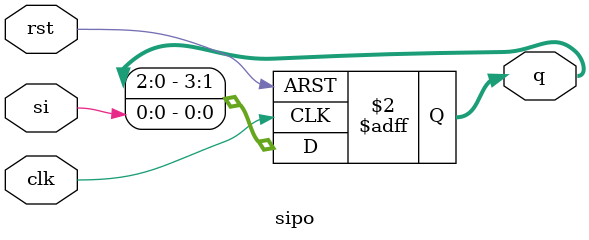
<source format=v>
module sipo(clk, rst, si, q);
  input clk, rst;
  input si;
  output reg [3:0] q;

  always @(posedge clk or posedge rst)
    begin 
      if (rst)
        q <= 4'b0000;  
      else
        begin
          q[0] <= si;
          q[1] <= q[0];
          q[2] <= q[1];
          q[3] <= q[2];
        end
    end
endmodule

</source>
